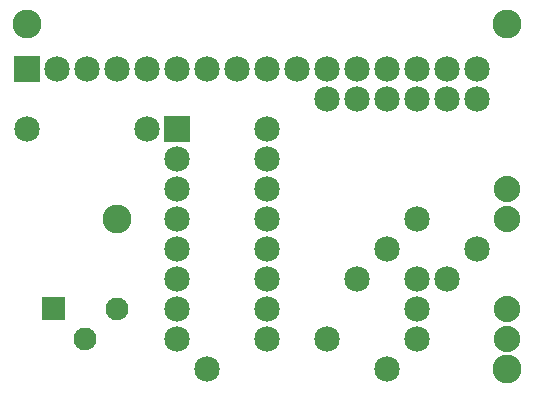
<source format=gbs>
G04 MADE WITH FRITZING*
G04 WWW.FRITZING.ORG*
G04 DOUBLE SIDED*
G04 HOLES PLATED*
G04 CONTOUR ON CENTER OF CONTOUR VECTOR*
%ASAXBY*%
%FSLAX23Y23*%
%MOIN*%
%OFA0B0*%
%SFA1.0B1.0*%
%ADD10C,0.085000*%
%ADD11C,0.096614*%
%ADD12C,0.088000*%
%ADD13C,0.076000*%
%ADD14R,0.085000X0.085000*%
%ADD15R,0.001000X0.001000*%
%LNMASK0*%
G90*
G70*
G54D10*
X126Y899D03*
X526Y899D03*
X1126Y999D03*
X1126Y199D03*
X1226Y399D03*
X1226Y999D03*
X1326Y499D03*
X1326Y999D03*
X1426Y599D03*
X1426Y999D03*
X1626Y499D03*
X1626Y999D03*
X726Y99D03*
X1326Y99D03*
X1526Y999D03*
X1526Y399D03*
G54D11*
X1726Y99D03*
X1726Y1251D03*
X426Y599D03*
X126Y1251D03*
G54D10*
X1426Y199D03*
X1426Y299D03*
X1426Y399D03*
G54D12*
X1726Y299D03*
X1726Y199D03*
G54D10*
X626Y899D03*
X926Y899D03*
X626Y799D03*
X926Y799D03*
X626Y699D03*
X926Y699D03*
X626Y599D03*
X926Y599D03*
X626Y499D03*
X926Y499D03*
X626Y399D03*
X926Y399D03*
X626Y299D03*
X926Y299D03*
X626Y199D03*
X926Y199D03*
G54D12*
X1726Y699D03*
X1726Y599D03*
G54D10*
X126Y1099D03*
X226Y1099D03*
X326Y1099D03*
X426Y1099D03*
X526Y1099D03*
X626Y1099D03*
X726Y1099D03*
X826Y1099D03*
X926Y1099D03*
X1026Y1099D03*
X1126Y1099D03*
X1226Y1099D03*
X1326Y1099D03*
X1426Y1099D03*
X1526Y1099D03*
X1626Y1099D03*
G54D13*
X214Y299D03*
X320Y199D03*
X426Y299D03*
X214Y299D03*
X320Y199D03*
X426Y299D03*
G54D14*
X626Y899D03*
X126Y1099D03*
G54D15*
X176Y338D02*
X251Y338D01*
X176Y337D02*
X251Y337D01*
X176Y336D02*
X251Y336D01*
X176Y335D02*
X251Y335D01*
X176Y334D02*
X251Y334D01*
X176Y333D02*
X251Y333D01*
X176Y332D02*
X251Y332D01*
X176Y331D02*
X251Y331D01*
X176Y330D02*
X251Y330D01*
X176Y329D02*
X251Y329D01*
X176Y328D02*
X251Y328D01*
X176Y327D02*
X251Y327D01*
X176Y326D02*
X251Y326D01*
X176Y325D02*
X251Y325D01*
X176Y324D02*
X251Y324D01*
X176Y323D02*
X251Y323D01*
X176Y322D02*
X251Y322D01*
X176Y321D02*
X251Y321D01*
X176Y320D02*
X251Y320D01*
X176Y319D02*
X251Y319D01*
X176Y318D02*
X251Y318D01*
X176Y317D02*
X251Y317D01*
X176Y316D02*
X251Y316D01*
X176Y315D02*
X251Y315D01*
X176Y314D02*
X251Y314D01*
X176Y313D02*
X251Y313D01*
X176Y312D02*
X251Y312D01*
X176Y311D02*
X251Y311D01*
X176Y310D02*
X251Y310D01*
X176Y309D02*
X209Y309D01*
X218Y309D02*
X251Y309D01*
X176Y308D02*
X207Y308D01*
X220Y308D02*
X251Y308D01*
X176Y307D02*
X206Y307D01*
X221Y307D02*
X251Y307D01*
X176Y306D02*
X205Y306D01*
X222Y306D02*
X251Y306D01*
X176Y305D02*
X205Y305D01*
X222Y305D02*
X251Y305D01*
X176Y304D02*
X204Y304D01*
X223Y304D02*
X251Y304D01*
X176Y303D02*
X204Y303D01*
X223Y303D02*
X251Y303D01*
X176Y302D02*
X204Y302D01*
X223Y302D02*
X251Y302D01*
X176Y301D02*
X204Y301D01*
X224Y301D02*
X251Y301D01*
X176Y300D02*
X204Y300D01*
X224Y300D02*
X251Y300D01*
X176Y299D02*
X204Y299D01*
X223Y299D02*
X251Y299D01*
X176Y298D02*
X204Y298D01*
X223Y298D02*
X251Y298D01*
X176Y297D02*
X204Y297D01*
X223Y297D02*
X251Y297D01*
X176Y296D02*
X205Y296D01*
X223Y296D02*
X251Y296D01*
X176Y295D02*
X205Y295D01*
X222Y295D02*
X251Y295D01*
X176Y294D02*
X206Y294D01*
X221Y294D02*
X251Y294D01*
X176Y293D02*
X207Y293D01*
X220Y293D02*
X251Y293D01*
X176Y292D02*
X208Y292D01*
X219Y292D02*
X251Y292D01*
X176Y291D02*
X211Y291D01*
X216Y291D02*
X251Y291D01*
X176Y290D02*
X251Y290D01*
X176Y289D02*
X251Y289D01*
X176Y288D02*
X251Y288D01*
X176Y287D02*
X251Y287D01*
X176Y286D02*
X251Y286D01*
X176Y285D02*
X251Y285D01*
X176Y284D02*
X251Y284D01*
X176Y283D02*
X251Y283D01*
X176Y282D02*
X251Y282D01*
X176Y281D02*
X251Y281D01*
X176Y280D02*
X251Y280D01*
X176Y279D02*
X251Y279D01*
X176Y278D02*
X251Y278D01*
X176Y277D02*
X251Y277D01*
X176Y276D02*
X251Y276D01*
X176Y275D02*
X251Y275D01*
X176Y274D02*
X251Y274D01*
X176Y273D02*
X251Y273D01*
X176Y272D02*
X251Y272D01*
X176Y271D02*
X251Y271D01*
X176Y270D02*
X251Y270D01*
X176Y269D02*
X251Y269D01*
X176Y268D02*
X251Y268D01*
X176Y267D02*
X251Y267D01*
X176Y266D02*
X251Y266D01*
X176Y265D02*
X251Y265D01*
X176Y264D02*
X251Y264D01*
X176Y263D02*
X251Y263D01*
D02*
G04 End of Mask0*
M02*
</source>
